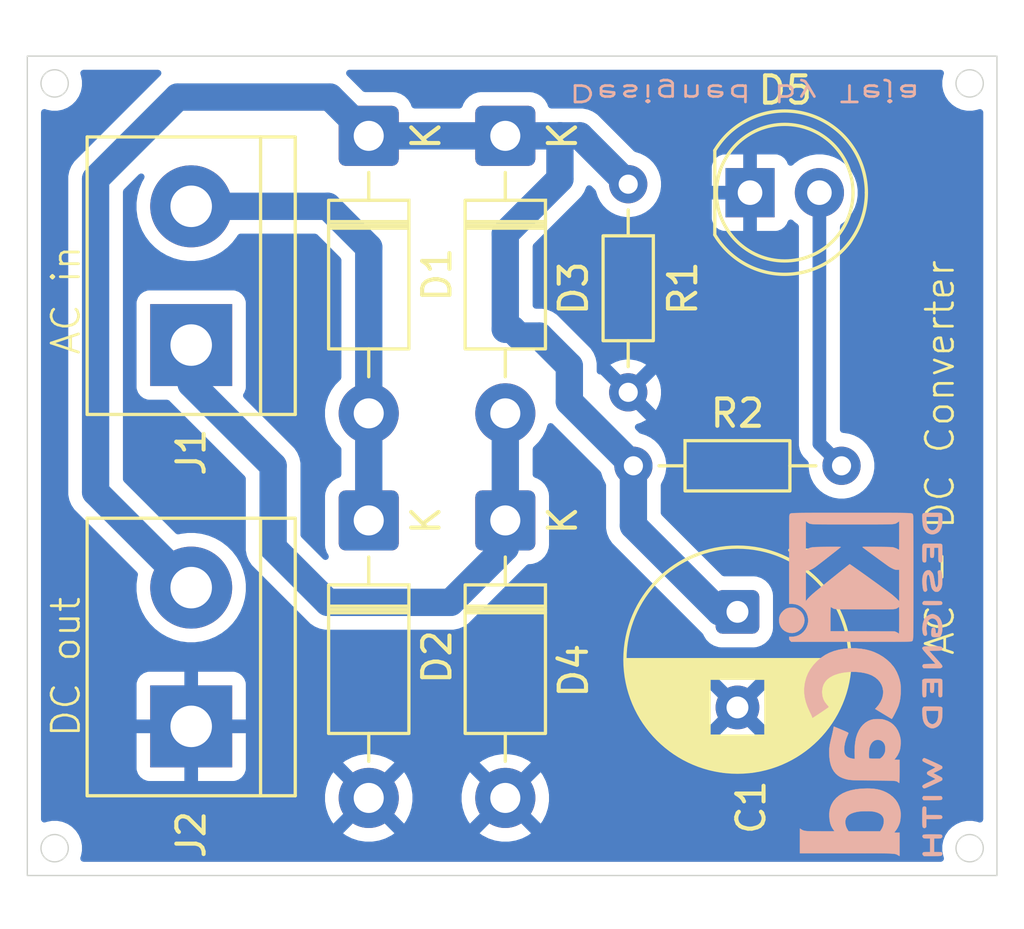
<source format=kicad_pcb>
(kicad_pcb (version 20241229) (generator "pcbnew") (generator_version "9.0")
  (layers (0 "F.Cu" signal) (2 "B.Cu" signal) (13 "F.Paste" user) (15 "B.Paste" user) (5 "F.SilkS" user "F.Silkscreen") (7 "B.SilkS" user "B.Silkscreen") (1 "F.Mask" user) (3 "B.Mask" user) (25 "Edge.Cuts" user))
  (net 0 "")
  (net 1 "GND")
  (net 2 "/+ve")
  (net 3 "Net-(D1-A)")
  (net 4 "Net-(D3-A)")
  (net 5 "Net-(D5-A)")
  (footprint "Diode_THT:D_DO-41_SOD81_P10.16mm_Horizontal" (layer "F.Cu") (at 137 87.5 -90)
    (property "Reference" "D2" (at 5 -2.5 90) (layer "F.SilkS"))
    (property "Value" "1N4007")
    (fp_text user "K" (at 0 -2.1 90) (layer "F.SilkS"))
    (pad "1" thru_hole roundrect (at 0 0 270) (size 2.2 2.2) (drill 1.1) (layers "*.Cu" "*.Mask") (roundrect_rratio 0.113636) (net 3 "Net-(D1-A)"))
    (pad "2" thru_hole circle (at 10.16 0 270) (size 2.2 2.2) (drill 1.1) (layers "*.Cu" "*.Mask") (net 1 "GND"))
  )
  (footprint "TerminalBlock:TerminalBlock_bornier-2_P5.08mm" (layer "F.Cu") (at 130.5 81.08 90)
    (property "Reference" "J1" (at -3.92 0 90) (layer "F.SilkS"))
    (property "Value" "Screw_Terminal_01x02")
    (pad "1" thru_hole rect (at 0 0 90) (size 3 3) (drill 1.52) (layers "*.Cu" "*.Mask") (net 4 "Net-(D3-A)"))
    (pad "2" thru_hole circle (at 5.08 0 90) (size 3 3) (drill 1.52) (layers "*.Cu" "*.Mask") (net 3 "Net-(D1-A)"))
  )
  (footprint "Resistor_THT:R_Axial_DIN0204_L3.6mm_D1.6mm_P7.62mm_Horizontal" (layer "F.Cu") (at 146.69 85.5)
    (property "Reference" "R2" (at 3.81 -1.92 180) (layer "F.SilkS"))
    (property "Value" "2.2K")
    (pad "1" thru_hole circle (at 0 0) (size 1.4 1.4) (drill 0.7) (layers "*.Cu" "*.Mask") (net 2 "/+ve"))
    (pad "2" thru_hole circle (at 7.62 0) (size 1.4 1.4) (drill 0.7) (layers "*.Cu" "*.Mask") (net 5 "Net-(D5-A)"))
  )
  (footprint "TerminalBlock:TerminalBlock_bornier-2_P5.08mm" (layer "F.Cu") (at 130.5 95.04 90)
    (property "Reference" "J2" (at -3.96 0 90) (layer "F.SilkS"))
    (property "Value" "Screw_Terminal_01x02")
    (pad "1" thru_hole rect (at 0 0 90) (size 3 3) (drill 1.52) (layers "*.Cu" "*.Mask") (net 1 "GND"))
    (pad "2" thru_hole circle (at 5.08 0 90) (size 3 3) (drill 1.52) (layers "*.Cu" "*.Mask") (net 2 "/+ve"))
  )
  (footprint "Resistor_THT:R_Axial_DIN0204_L3.6mm_D1.6mm_P7.62mm_Horizontal" (layer "F.Cu") (at 146.5 75.19 -90)
    (property "Reference" "R1" (at 3.81 -2 90) (layer "F.SilkS"))
    (property "Value" "10K")
    (pad "1" thru_hole circle (at 0 0 270) (size 1.4 1.4) (drill 0.7) (layers "*.Cu" "*.Mask") (net 2 "/+ve"))
    (pad "2" thru_hole circle (at 7.62 0 270) (size 1.4 1.4) (drill 0.7) (layers "*.Cu" "*.Mask") (net 1 "GND"))
  )
  (footprint "Diode_THT:D_DO-41_SOD81_P10.16mm_Horizontal" (layer "F.Cu") (at 137 73.42 -90)
    (property "Reference" "D1" (at 5.08 -2.5 90) (layer "F.SilkS"))
    (property "Value" "1N4007")
    (fp_text user "K" (at 0 -2.1 90) (layer "F.SilkS"))
    (pad "1" thru_hole roundrect (at 0 0 270) (size 2.2 2.2) (drill 1.1) (layers "*.Cu" "*.Mask") (roundrect_rratio 0.113636) (net 2 "/+ve"))
    (pad "2" thru_hole circle (at 10.16 0 270) (size 2.2 2.2) (drill 1.1) (layers "*.Cu" "*.Mask") (net 3 "Net-(D1-A)"))
  )
  (footprint "Capacitor_THT:CP_Radial_D8.0mm_P3.50mm" (layer "F.Cu") (at 150.5 90.847349 -90)
    (property "Reference" "C1" (at 7.152651 -0.5 90) (layer "F.SilkS"))
    (property "Value" "1000uF")
    (pad "1" thru_hole roundrect (at 0 0 270) (size 1.6 1.6) (drill 0.8) (layers "*.Cu" "*.Mask") (roundrect_rratio 0.15625) (net 2 "/+ve"))
    (pad "2" thru_hole circle (at 3.5 0 270) (size 1.6 1.6) (drill 0.8) (layers "*.Cu" "*.Mask") (net 1 "GND"))
  )
  (footprint "LED_THT:LED_D5.0mm" (layer "F.Cu") (at 150.96 75.5)
    (property "Reference" "D5" (at 1.29 -3.75 0) (layer "F.SilkS"))
    (property "Value" "LED")
    (pad "1" thru_hole rect (at 0 0) (size 1.8 1.8) (drill 0.9) (layers "*.Cu" "*.Mask") (net 1 "GND"))
    (pad "2" thru_hole circle (at 2.54 0) (size 1.8 1.8) (drill 0.9) (layers "*.Cu" "*.Mask") (net 5 "Net-(D5-A)"))
  )
  (footprint "Diode_THT:D_DO-41_SOD81_P10.16mm_Horizontal" (layer "F.Cu") (at 142 73.42 -90)
    (property "Reference" "D3" (at 5.58 -2.5 90) (layer "F.SilkS"))
    (property "Value" "1N4007")
    (fp_text user "K" (at 0 -2.1 90) (layer "F.SilkS"))
    (pad "1" thru_hole roundrect (at 0 0 270) (size 2.2 2.2) (drill 1.1) (layers "*.Cu" "*.Mask") (roundrect_rratio 0.113636) (net 2 "/+ve"))
    (pad "2" thru_hole circle (at 10.16 0 270) (size 2.2 2.2) (drill 1.1) (layers "*.Cu" "*.Mask") (net 4 "Net-(D3-A)"))
  )
  (footprint "Diode_THT:D_DO-41_SOD81_P10.16mm_Horizontal" (layer "F.Cu") (at 142 87.5 -90)
    (property "Reference" "D4" (at 5.5 -2.5 90) (layer "F.SilkS"))
    (property "Value" "1N4007")
    (fp_text user "K" (at 0 -2.1 90) (layer "F.SilkS"))
    (pad "1" thru_hole roundrect (at 0 0 270) (size 2.2 2.2) (drill 1.1) (layers "*.Cu" "*.Mask") (roundrect_rratio 0.113636) (net 4 "Net-(D3-A)"))
    (pad "2" thru_hole circle (at 10.16 0 270) (size 2.2 2.2) (drill 1.1) (layers "*.Cu" "*.Mask") (net 1 "GND"))
  )
  (footprint "Symbol:KiCad-Logo2_5mm_SilkScreen" (layer "B.Cu") (at 155 93.5 -90)
    (property "Reference" "REF**" (hide yes))
    (property "Value" "KiCad-Logo2_5mm_SilkScreen" (hide yes))
  )
  (gr_rect (start 124.5 70.5) (end 160 100.5) (stroke (width 0.05)) (fill no) (layer "Edge.Cuts"))
  (gr_circle (center 125.5 71.5) (end 126 71.5) (stroke (width 0.05)) (fill no) (layer "Edge.Cuts"))
  (gr_circle (center 159 71.5) (end 159.5 71.5) (stroke (width 0.05)) (fill no) (layer "Edge.Cuts"))
  (gr_circle (center 159 99.5) (end 159.5 99.5) (stroke (width 0.05)) (fill no) (layer "Edge.Cuts"))
  (gr_circle (center 125.5 99.5) (end 126 99.5) (stroke (width 0.05)) (fill no) (layer "Edge.Cuts"))
  (gr_text "AC in\n" (at 126.5 81.5 90) (layer "F.SilkS") (effects (font (size 1 1) (thickness 0.1)) (justify left bottom)))
  (gr_text "DC out\n" (at 126.5 95.5 90) (layer "F.SilkS") (effects (font (size 1 1) (thickness 0.1)) (justify left bottom)))
  (gr_text "AC - DC Converter" (at 158.5 92.5 90) (layer "F.SilkS") (effects (font (size 1 1) (thickness 0.1)) (justify left bottom)))
  (gr_text "Designed by Teja\n" (at 144.25 71.5 180) (layer "B.SilkS") (effects (font (size 0.6 1) (thickness 0.1)) (justify left bottom mirror)))
  (segment (start 144.345 83.155) (end 144.345 81.845) (width 1) (layer "B.Cu") (net 2))
  (segment (start 142 73.42) (end 144 73.42) (width 1) (layer "B.Cu") (net 2))
  (segment (start 130.5 89.96) (end 127 86.46) (width 1) (layer "B.Cu") (net 2))
  (segment (start 142.25 80.5) (end 142 80.5) (width 1) (layer "B.Cu") (net 2))
  (segment (start 150.5 90.847349) (end 149.847349 90.847349) (width 1) (layer "B.Cu") (net 2))
  (segment (start 142 80.5) (end 142 77) (width 1) (layer "B.Cu") (net 2))
  (segment (start 144.345 81.845) (end 143.25 80.75) (width 1) (layer "B.Cu") (net 2))
  (segment (start 135.58 72) (end 137 73.42) (width 1) (layer "B.Cu") (net 2))
  (segment (start 143.25 80.75) (end 142.5 80.75) (width 1) (layer "B.Cu") (net 2))
  (segment (start 127 86.46) (end 127 75) (width 1) (layer "B.Cu") (net 2))
  (segment (start 149.847349 90.847349) (end 146.69 87.69) (width 1) (layer "B.Cu") (net 2))
  (segment (start 130 72) (end 135.58 72) (width 1) (layer "B.Cu") (net 2))
  (segment (start 144 75) (end 144 73.42) (width 1) (layer "B.Cu") (net 2))
  (segment (start 144.73 73.42) (end 146.5 75.19) (width 1) (layer "B.Cu") (net 2))
  (segment (start 146.69 87.69) (end 146.69 85.5) (width 1) (layer "B.Cu") (net 2))
  (segment (start 142 77) (end 144 75) (width 1) (layer "B.Cu") (net 2))
  (segment (start 137 73.42) (end 142 73.42) (width 1) (layer "B.Cu") (net 2))
  (segment (start 127 75) (end 130 72) (width 1) (layer "B.Cu") (net 2))
  (segment (start 146.69 85.5) (end 144.345 83.155) (width 1) (layer "B.Cu") (net 2))
  (segment (start 144 73.42) (end 144.73 73.42) (width 1) (layer "B.Cu") (net 2))
  (segment (start 142.5 80.75) (end 142.25 80.5) (width 1) (layer "B.Cu") (net 2))
  (segment (start 135.5 76) (end 137 77.5) (width 1) (layer "B.Cu") (net 3))
  (segment (start 130.5 76) (end 135.5 76) (width 1) (layer "B.Cu") (net 3))
  (segment (start 137 83.58) (end 137 87.5) (width 1) (layer "B.Cu") (net 3))
  (segment (start 137 77.5) (end 137 83.58) (width 1) (layer "B.Cu") (net 3))
  (segment (start 133.5 85.5) (end 133.5 88.5) (width 1) (layer "B.Cu") (net 4))
  (segment (start 130.5 81.08) (end 130.5 82.5) (width 1) (layer "B.Cu") (net 4))
  (segment (start 140 90.5) (end 142 88.5) (width 1) (layer "B.Cu") (net 4))
  (segment (start 135.5 90.5) (end 140 90.5) (width 1) (layer "B.Cu") (net 4))
  (segment (start 142 88.5) (end 142 87.5) (width 1) (layer "B.Cu") (net 4))
  (segment (start 142 83.58) (end 142 87.5) (width 1) (layer "B.Cu") (net 4))
  (segment (start 133.5 88.5) (end 135.5 90.5) (width 1) (layer "B.Cu") (net 4))
  (segment (start 130.5 82.5) (end 133.5 85.5) (width 1) (layer "B.Cu") (net 4))
  (segment (start 153.5 75.5) (end 153.5 84.69) (width 0.5) (layer "B.Cu") (net 5))
  (segment (start 153.5 84.69) (end 154.31 85.5) (width 0.5) (layer "B.Cu") (net 5))
  (zone (net 1) (net_name "GND") (layer "B.Cu") (connect_pads (clearance 0.5)) (min_thickness 0.25) (fill yes (thermal_gap 0.5) (thermal_bridge_width 0.5))
    (polygon (pts (xy 123.5 69.5) (xy 161 69.5) (xy 161 101.5) (xy 123.5 101.5)))
  )
)
</source>
